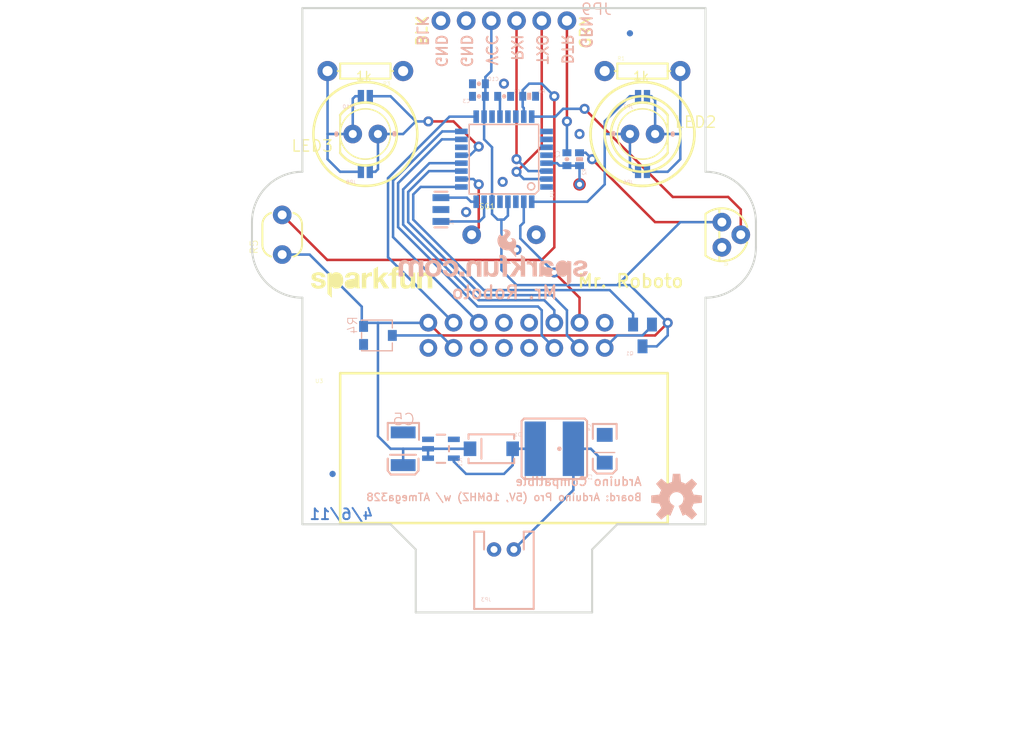
<source format=kicad_pcb>
(kicad_pcb (version 20211014) (generator pcbnew)
  (layers (0 "F.Cu" signal) (31 "B.Cu" signal) (34 "B.Paste" user) (35 "F.Paste" user) (36 "B.SilkS" user "B.Silkscreen") (37 "F.SilkS" user "F.Silkscreen") (38 "B.Mask" user) (39 "F.Mask" user) (44 "Edge.Cuts" user))
  (net 0 "")
  (net 1 "GND")
  (net 2 "AREF")
  (net 3 "RESET")
  (net 4 "SCK")
  (net 5 "MISO")
  (net 6 "MOSI")
  (net 7 "RX-I")
  (net 8 "TX-O")
  (net 9 "DTR")
  (net 10 "VCC")
  (net 11 "N$5")
  (net 12 "D6")
  (net 13 "V0")
  (net 14 "N$12")
  (net 15 "N$13")
  (net 16 "D10")
  (net 17 "D9")
  (net 18 "D8")
  (net 19 "D7")
  (net 20 "D3")
  (net 21 "A0")
  (net 22 "A1")
  (net 23 "A2")
  (net 24 "A3")
  (net 25 "A4")
  (net 26 "A5")
  (net 27 "N$1")
  (net 28 "VIN")
  (net 29 "N$3")
  (net 30 "D5")
  (net 31 "D4")
  (net 32 "N$4")
  (net 33 "N$6")
  (net 34 "D2")
  (net 35 "N$7")
  (footprint "boardEagle:PAD.03X.05" (layer "F.Cu") (at 156.1211 92.3036)
    (fp_text reference "TP1" hide)
    (fp_text value "TP" hide)
    (pad "P$1" smd roundrect (at 0 0) (size 1.27 1.27) (layers "F.Cu" "F.Mask") (roundrect_rratio 0.5) (net 3 "RESET"))
  )
  (footprint "boardEagle:CREATIVE_COMMONS" (layer "F.Cu") (at 118.0211 148.1836)
    (fp_text reference "U$1" hide)
    (fp_text value "CREATIVE_COMMONS" hide)
  )
  (footprint "boardEagle:BUZZER-12MM-NS-KIT" (layer "F.Cu") (at 148.5011 97.3836)
    (fp_text reference "SG1" (at -2.54 -2.54) (layer "F.SilkS") (effects (font (size 0.54864 0.54864) (thickness 0.06096)) (justify left bottom)))
    (fp_text value "BUZZER")
    (pad "+" thru_hole circle (at 3.25 0) (size 1.8796 1.8796) (drill 0.9) (layers *.Cu) (net 1 "GND"))
    (pad "-" thru_hole circle (at -3.25 0) (size 1.8796 1.8796) (drill 0.9) (layers *.Cu) (net 12 "D6"))
  )
  (footprint "boardEagle:STAND-OFF" (layer "F.Cu") (at 154.8511 132.9436)
    (fp_text reference "JP5" hide)
    (fp_text value "Long, Plastic" hide)
    (pad "" np_thru_hole circle (at 0 0) (size 3.302 3.302) (drill 3.302) (layers *.Cu *.Mask))
  )
  (footprint "boardEagle:LCD-8X2-KIT" (layer "F.Cu") (at 148.5011 122.5296)
    (fp_text reference "U3" (at -19.05 -10.16) (layer "F.SilkS") (effects (font (size 0.397256 0.397256) (thickness 0.034544)) (justify left bottom)))
    (fp_text value "LCD-8x2")
    (pad "" np_thru_hole circle (at 18 -15) (size 2 2) (drill 2) (layers *.Cu *.Mask))
    (pad "" np_thru_hole circle (at -18 15) (size 2 2) (drill 2) (layers *.Cu *.Mask))
    (pad "" np_thru_hole circle (at -18 -15) (size 2 2) (drill 2) (layers *.Cu *.Mask))
    (pad "" np_thru_hole circle (at 18 15) (size 2 2) (drill 2) (layers *.Cu *.Mask))
    (pad "1" thru_hole circle (at -7.62 -13.73) (size 1.778 1.778) (drill 1) (layers *.Cu) (net 1 "GND"))
    (pad "2" thru_hole circle (at -7.62 -16.27) (size 1.778 1.778) (drill 1) (layers *.Cu) (net 10 "VCC"))
    (pad "3" thru_hole circle (at -5.08 -13.73) (size 1.778 1.778) (drill 1) (layers *.Cu) (net 13 "V0"))
    (pad "4" thru_hole circle (at -5.08 -16.27) (size 1.778 1.778) (drill 1) (layers *.Cu) (net 4 "SCK"))
    (pad "5" thru_hole circle (at -2.54 -13.73) (size 1.778 1.778) (drill 1) (layers *.Cu) (net 1 "GND"))
    (pad "6" thru_hole circle (at -2.54 -16.27) (size 1.778 1.778) (drill 1) (layers *.Cu) (net 5 "MISO"))
    (pad "7" thru_hole circle (at 0 -13.73) (size 1.778 1.778) (drill 1) (layers *.Cu) (net 1 "GND"))
    (pad "8" thru_hole circle (at 0 -16.27) (size 1.778 1.778) (drill 1) (layers *.Cu) (net 1 "GND"))
    (pad "9" thru_hole circle (at 2.54 -13.73) (size 1.778 1.778) (drill 1) (layers *.Cu) (net 1 "GND"))
    (pad "10" thru_hole circle (at 2.54 -16.27) (size 1.778 1.778) (drill 1) (layers *.Cu) (net 1 "GND"))
    (pad "11" thru_hole circle (at 5.08 -13.73) (size 1.778 1.778) (drill 1) (layers *.Cu) (net 6 "MOSI"))
    (pad "12" thru_hole circle (at 5.08 -16.27) (size 1.778 1.778) (drill 1) (layers *.Cu) (net 18 "D8"))
    (pad "13" thru_hole circle (at 7.62 -13.73) (size 1.778 1.778) (drill 1) (layers *.Cu) (net 19 "D7"))
    (pad "14" thru_hole circle (at 7.62 -16.27) (size 1.778 1.778) (drill 1) (layers *.Cu) (net 31 "D4"))
    (pad "15" thru_hole circle (at 10.16 -13.73) (size 1.778 1.778) (drill 1) (layers *.Cu) (net 29 "N$3"))
    (pad "16" thru_hole circle (at 10.16 -16.27) (size 1.778 1.778) (drill 1) (layers *.Cu) (net 1 "GND"))
  )
  (footprint "boardEagle:SFE-NEW-WEB" (layer "F.Cu") (at 129.0701 103.7336)
    (fp_text reference "U$11" hide)
    (fp_text value "LOGO-SFENW2" hide)
  )
  (footprint "boardEagle:TO-92-KIT" (layer "F.Cu") (at 170.4721 97.3836 -90)
    (fp_text reference "U4" (at 3.175 -0.635 -90) (layer "F.SilkS") (effects (font (size 0.36576 0.36576) (thickness 0.04064)) (justify left bottom)))
    (fp_text value "")
    (pad "1" thru_hole circle (at -1.27 0 270) (size 1.8796 1.8796) (drill 0.9) (layers *.Cu) (net 10 "VCC"))
    (pad "2" thru_hole circle (at 0 -1.905 270) (size 1.8796 1.8796) (drill 0.9) (layers *.Cu) (net 22 "A1"))
    (pad "3" thru_hole circle (at 1.27 0 270) (size 1.8796 1.8796) (drill 0.9) (layers *.Cu) (net 1 "GND"))
  )
  (footprint "boardEagle:STAND-OFF" (layer "F.Cu") (at 166.2811 77.0636)
    (fp_text reference "JP2" hide)
    (fp_text value "Long, Plastic" hide)
    (pad "" np_thru_hole circle (at 0 0) (size 3.302 3.302) (drill 3.302) (layers *.Cu *.Mask))
  )
  (footprint "boardEagle:STAND-OFF" (layer "F.Cu") (at 130.7211 77.0636)
    (fp_text reference "JP1" hide)
    (fp_text value "Long, Plastic" hide)
    (pad "" np_thru_hole circle (at 0 0) (size 3.302 3.302) (drill 3.302) (layers *.Cu *.Mask))
  )
  (footprint "boardEagle:PHOTOCELL-KIT" (layer "F.Cu") (at 126.1491 97.3836 90)
    (fp_text reference "R5" (at -2 -2.4 90) (layer "F.SilkS") (effects (font (size 0.747776 0.747776) (thickness 0.065024)) (justify left bottom)))
    (fp_text value "PHOTOCELLPTH")
    (pad "1" thru_hole circle (at -2 0 90) (size 1.8796 1.8796) (drill 0.9) (layers *.Cu) (net 10 "VCC"))
    (pad "2" thru_hole circle (at 2 0 90) (size 1.8796 1.8796) (drill 0.9) (layers *.Cu) (net 21 "A0"))
  )
  (footprint "boardEagle:STAND-OFF" (layer "F.Cu") (at 142.1511 132.9436)
    (fp_text reference "JP4" hide)
    (fp_text value "Long, Plastic" hide)
    (pad "" np_thru_hole circle (at 0 0) (size 3.302 3.302) (drill 3.302) (layers *.Cu *.Mask))
  )
  (footprint "boardEagle:AXIAL-0.3-KIT" (layer "F.Cu") (at 134.5311 80.8736 180)
    (fp_text reference "R3" (at -2.54 -1.27) (layer "F.SilkS") (effects (font (size 0.376489 0.376489) (thickness 0.029911)) (justify right)))
    (fp_text value "1k" (at 1.016 -0.508) (layer "F.SilkS") (effects (font (size 0.88646 0.88646) (thickness 0.12954)) (justify left)))
    (pad "P$1" thru_hole circle (at -3.81 0 180) (size 2.032 2.032) (drill 1.016) (layers *.Cu) (net 1 "GND"))
    (pad "P$2" thru_hole circle (at 3.81 0 180) (size 2.032 2.032) (drill 1.016) (layers *.Cu) (net 11 "N$5"))
  )
  (footprint "boardEagle:LED5MM-KIT" (layer "F.Cu") (at 162.4711 87.2236)
    (fp_text reference "LED2" (at 3.175 -0.5334) (layer "F.SilkS") (effects (font (size 1.143 1.143) (thickness 0.127)) (justify left bottom)))
    (fp_text value "RED")
    (pad "A" thru_hole circle (at -1.27 0) (size 1.8796 1.8796) (drill 0.8128) (layers *.Cu) (net 20 "D3"))
    (pad "K" thru_hole circle (at 1.27 0) (size 1.8796 1.8796) (drill 0.8128) (layers *.Cu) (net 35 "N$7"))
  )
  (footprint "boardEagle:LED5MM-KIT" (layer "F.Cu") (at 134.5311 87.2236 180)
    (fp_text reference "LED3" (at 3.175 -0.5334 180) (layer "F.SilkS") (effects (font (size 1.143 1.143) (thickness 0.127)) (justify right top)))
    (fp_text value "RED")
    (pad "A" thru_hole circle (at -1.27 0 180) (size 1.8796 1.8796) (drill 0.8128) (layers *.Cu) (net 17 "D9"))
    (pad "K" thru_hole circle (at 1.27 0 180) (size 1.8796 1.8796) (drill 0.8128) (layers *.Cu) (net 11 "N$5"))
  )
  (footprint "boardEagle:AXIAL-0.3-KIT" (layer "F.Cu") (at 162.4711 80.8736)
    (fp_text reference "R1" (at -2.54 -1.27) (layer "F.SilkS") (effects (font (size 0.376489 0.376489) (thickness 0.029911)) (justify left)))
    (fp_text value "1k" (at -1.016 0.508) (layer "F.SilkS") (effects (font (size 0.88646 0.88646) (thickness 0.12954)) (justify left)))
    (pad "P$1" thru_hole circle (at -3.81 0) (size 2.032 2.032) (drill 1.016) (layers *.Cu) (net 1 "GND"))
    (pad "P$2" thru_hole circle (at 3.81 0) (size 2.032 2.032) (drill 1.016) (layers *.Cu) (net 35 "N$7"))
  )
  (footprint "boardEagle:RESONATOR-SMD" (layer "B.Cu") (at 142.1511 94.8436 90)
    (fp_text reference "Y1" (at -0.889 1.27 270) (layer "B.SilkS") (effects (font (size 0.373888 0.373888) (thickness 0.032512)) (justify left bottom mirror)))
    (fp_text value "16mhz")
    (pad "1" smd rect (at -1.2 0 90) (size 0.7 1.7) (layers "B.Cu" "B.Paste" "B.Mask") (net 32 "N$4"))
    (pad "2" smd rect (at 0 0 90) (size 0.7 1.7) (layers "B.Cu" "B.Paste" "B.Mask") (net 1 "GND"))
    (pad "3" smd rect (at 1.2 0 90) (size 0.7 1.7) (layers "B.Cu" "B.Paste" "B.Mask") (net 33 "N$6"))
  )
  (footprint "boardEagle:FIDUCIAL-1X2.5" (layer "B.Cu") (at 161.2011 77.0636 180)
    (fp_text reference "JP12" hide)
    (fp_text value "FIDUCIAL1X2.5" hide)
    (pad "1" smd roundrect (at 0 0 180) (size 0.635 0.635) (layers "B.Cu" "B.Mask") (roundrect_rratio 0.5))
  )
  (footprint "boardEagle:FIDUCIAL-1X2.5" (layer "B.Cu") (at 131.2291 121.5136 180)
    (fp_text reference "JP11" hide)
    (fp_text value "FIDUCIAL1X2.5" hide)
    (pad "1" smd roundrect (at 0 0 180) (size 0.635 0.635) (layers "B.Cu" "B.Mask") (roundrect_rratio 0.5))
  )
  (footprint "boardEagle:SOT23-5" (layer "B.Cu") (at 142.1511 118.9736 90)
    (fp_text reference "IC1" (at -0.889 2.159 270) (layer "B.SilkS") (effects (font (size 0.373888 0.373888) (thickness 0.032512)) (justify left bottom mirror)))
    (fp_text value "NCP1402")
    (pad "1" smd rect (at -0.95 -1.3001 90) (size 0.55 1.2) (layers "B.Cu" "B.Paste" "B.Mask") (net 10 "VCC"))
    (pad "2" smd rect (at 0 -1.3001 90) (size 0.55 1.2) (layers "B.Cu" "B.Paste" "B.Mask") (net 10 "VCC"))
    (pad "3" smd rect (at 0.95 -1.3001 90) (size 0.55 1.2) (layers "B.Cu" "B.Paste" "B.Mask"))
    (pad "4" smd rect (at 0.95 1.3001 90) (size 0.55 1.2) (layers "B.Cu" "B.Paste" "B.Mask") (net 1 "GND"))
    (pad "5" smd rect (at -0.95 1.3001 90) (size 0.55 1.2) (layers "B.Cu" "B.Paste" "B.Mask") (net 27 "N$1"))
  )
  (footprint "boardEagle:SOT23" (layer "B.Cu") (at 162.4711 107.5436)
    (fp_text reference "Q1" (at -0.889 2.032 180) (layer "B.SilkS") (effects (font (size 0.373888 0.373888) (thickness 0.032512)) (justify left bottom mirror)))
    (fp_text value "")
    (pad "1" smd rect (at -0.95 -1.1) (size 1 1.4) (layers "B.Cu" "B.Paste" "B.Mask") (net 30 "D5"))
    (pad "2" smd rect (at 0.95 -1.1) (size 1 1.4) (layers "B.Cu" "B.Paste" "B.Mask") (net 29 "N$3"))
    (pad "3" smd rect (at 0 1.1) (size 1 1.4) (layers "B.Cu" "B.Paste" "B.Mask") (net 10 "VCC"))
  )
  (footprint "boardEagle:SJ_2S-NO-NS" (layer "B.Cu") (at 134.5311 91.0336)
    (fp_text reference "JP8" (at -0.908 1.27 180) (layer "B.SilkS") (effects (font (size 0.373888 0.373888) (thickness 0.032512)) (justify left bottom mirror)))
    (fp_text value "")
    (pad "1" smd rect (at -0.45 0) (size 0.635 1.27) (layers "B.Cu" "B.Mask") (net 11 "N$5"))
    (pad "2" smd rect (at 0.45 0) (size 0.635 1.27) (layers "B.Cu" "B.Mask") (net 17 "D9"))
  )
  (footprint "boardEagle:0402-RES" (layer "B.Cu") (at 156.1211 89.7636 90)
    (fp_text reference "R2" (at -0.889 0.6985 270) (layer "B.SilkS") (effects (font (size 0.373888 0.373888) (thickness 0.032512)) (justify left bottom mirror)))
    (fp_text value "10K")
    (pad "1" smd rect (at -0.65 0 90) (size 0.7 0.9) (layers "B.Cu" "B.Paste" "B.Mask") (net 3 "RESET"))
    (pad "2" smd rect (at 0.65 0 90) (size 0.7 0.9) (layers "B.Cu" "B.Paste" "B.Mask") (net 10 "VCC"))
  )
  (footprint "boardEagle:SJ_2S-NO-NS" (layer "B.Cu") (at 162.4711 91.0336)
    (fp_text reference "JP6" (at -0.908 1.27 180) (layer "B.SilkS") (effects (font (size 0.373888 0.373888) (thickness 0.032512)) (justify left bottom mirror)))
    (fp_text value "")
    (pad "1" smd rect (at -0.45 0) (size 0.635 1.27) (layers "B.Cu" "B.Mask") (net 20 "D3"))
    (pad "2" smd rect (at 0.45 0) (size 0.635 1.27) (layers "B.Cu" "B.Mask") (net 35 "N$7"))
  )
  (footprint "boardEagle:TRIMPOT_TC33" (layer "B.Cu") (at 135.8011 107.5436 90)
    (fp_text reference "R4" (at 2 -2 270) (layer "B.SilkS") (effects (font (size 0.93472 0.93472) (thickness 0.08128)) (justify left bottom mirror)))
    (fp_text value "TRIMPOT-2")
    (pad "1" smd rect (at -0.91 -1.45 90) (size 1.1 0.9) (layers "B.Cu" "B.Paste" "B.Mask") (net 1 "GND"))
    (pad "2" smd rect (at 0 1.45 90) (size 1.1 0.9) (layers "B.Cu" "B.Paste" "B.Mask") (net 13 "V0"))
    (pad "3" smd rect (at 0.91 -1.45 90) (size 1.1 0.9) (layers "B.Cu" "B.Paste" "B.Mask") (net 10 "VCC"))
  )
  (footprint "boardEagle:1X06-KIT" (layer "B.Cu") (at 154.8511 75.7936 180)
    (fp_text reference "JP9" (at -1.3462 1.8288) (layer "B.SilkS") (effects (font (size 1.143 1.143) (thickness 0.127)) (justify right top mirror)))
    (fp_text value "Program")
    (pad "1" thru_hole circle (at 0 0 90) (size 1.8796 1.8796) (drill 1.016) (layers *.Cu) (net 9 "DTR"))
    (pad "2" thru_hole circle (at 2.54 0 90) (size 1.8796 1.8796) (drill 1.016) (layers *.Cu) (net 8 "TX-O"))
    (pad "3" thru_hole circle (at 5.08 0 90) (size 1.8796 1.8796) (drill 1.016) (layers *.Cu) (net 7 "RX-I"))
    (pad "4" thru_hole circle (at 7.62 0 90) (size 1.8796 1.8796) (drill 1.016) (layers *.Cu) (net 10 "VCC"))
    (pad "5" thru_hole circle (at 10.16 0 90) (size 1.8796 1.8796) (drill 1.016) (layers *.Cu) (net 1 "GND"))
    (pad "6" thru_hole circle (at 12.7 0 90) (size 1.8796 1.8796) (drill 1.016) (layers *.Cu) (net 1 "GND"))
  )
  (footprint "boardEagle:0402-CAP" (layer "B.Cu") (at 145.9811 82.1556 180)
    (fp_text reference "C10" (at -0.889 0.6985) (layer "B.SilkS") (effects (font (size 0.373888 0.373888) (thickness 0.032512)) (justify right top mirror)))
    (fp_text value "0.1uF")
    (pad "1" smd rect (at -0.65 0 180) (size 0.7 0.9) (layers "B.Cu" "B.Paste" "B.Mask") (net 10 "VCC"))
    (pad "2" smd rect (at 0.65 0 180) (size 0.7 0.9) (layers "B.Cu" "B.Paste" "B.Mask") (net 1 "GND"))
  )
  (footprint "boardEagle:SFE-NEW-WEBLOGO" (layer "B.Cu") (at 156.9339 102.5398 180)
    (fp_text reference "U$3" hide)
    (fp_text value "LOGO-SFENEW" hide)
  )
  (footprint "boardEagle:0402-RES" (layer "B.Cu") (at 151.0411 83.4136 180)
    (fp_text reference "R6" (at -0.889 0.6985) (layer "B.SilkS") (effects (font (size 0.373888 0.373888) (thickness 0.032512)) (justify right top mirror)))
    (fp_text value "10k")
    (pad "1" smd rect (at -0.65 0 180) (size 0.7 0.9) (layers "B.Cu" "B.Paste" "B.Mask") (net 1 "GND"))
    (pad "2" smd rect (at 0.65 0 180) (size 0.7 0.9) (layers "B.Cu" "B.Paste" "B.Mask") (net 21 "A0"))
  )
  (footprint "boardEagle:OSHW-LOGO-M" (layer "B.Cu") (at 165.9001 124.0536 180)
    (fp_text reference "U$2" hide)
    (fp_text value "OSHW-LOGOM" hide)
  )
  (footprint "boardEagle:CR54" (layer "B.Cu") (at 153.5811 118.9736 90)
    (fp_text reference "L1" (at -2.54 3.81 270) (layer "B.SilkS") (effects (font (size 0.373888 0.373888) (thickness 0.032512)) (justify left bottom mirror)))
    (fp_text value "47uH")
    (pad "P$1" smd rect (at 0 1.92 90) (size 5.5 2.15) (layers "B.Cu" "B.Paste" "B.Mask") (net 28 "VIN"))
    (pad "P$2" smd rect (at 0 -1.92 90) (size 5.5 2.15) (layers "B.Cu" "B.Paste" "B.Mask") (net 27 "N$1"))
  )
  (footprint "boardEagle:0402-CAP" (layer "B.Cu") (at 148.5211 83.4256 180)
    (fp_text reference "C1" (at -0.889 0.6985) (layer "B.SilkS") (effects (font (size 0.373888 0.373888) (thickness 0.032512)) (justify right top mirror)))
    (fp_text value "0.1uF")
    (pad "1" smd rect (at -0.65 0 180) (size 0.7 0.9) (layers "B.Cu" "B.Paste" "B.Mask") (net 1 "GND"))
    (pad "2" smd rect (at 0.65 0 180) (size 0.7 0.9) (layers "B.Cu" "B.Paste" "B.Mask") (net 2 "AREF"))
  )
  (footprint "boardEagle:0402-CAP" (layer "B.Cu") (at 145.9811 83.4256)
    (fp_text reference "C3" (at -0.889 0.6985 180) (layer "B.SilkS") (effects (font (size 0.373888 0.373888) (thickness 0.032512)) (justify left bottom mirror)))
    (fp_text value "0.1uF")
    (pad "1" smd rect (at -0.65 0) (size 0.7 0.9) (layers "B.Cu" "B.Paste" "B.Mask") (net 1 "GND"))
    (pad "2" smd rect (at 0.65 0) (size 0.7 0.9) (layers "B.Cu" "B.Paste" "B.Mask") (net 10 "VCC"))
  )
  (footprint "boardEagle:0402-CAP" (layer "B.Cu") (at 154.8511 89.7636 -90)
    (fp_text reference "C2" (at -0.889 0.6985 90) (layer "B.SilkS") (effects (font (size 0.373888 0.373888) (thickness 0.032512)) (justify left bottom mirror)))
    (fp_text value "0.1uF")
    (pad "1" smd rect (at -0.65 0 270) (size 0.7 0.9) (layers "B.Cu" "B.Paste" "B.Mask") (net 9 "DTR"))
    (pad "2" smd rect (at 0.65 0 270) (size 0.7 0.9) (layers "B.Cu" "B.Paste" "B.Mask") (net 3 "RESET"))
  )
  (footprint "boardEagle:EIA3528" (layer "B.Cu") (at 138.3411 118.9736 -90)
    (fp_text reference "C5" (at -2.27 -1.27) (layer "B.SilkS") (effects (font (size 1.1684 1.1684) (thickness 0.1016)) (justify left bottom mirror)))
    (fp_text value "68uF")
    (pad "A" smd rect (at 1.65 0 180) (size 2.5 1.2) (layers "B.Cu" "B.Paste" "B.Mask") (net 10 "VCC"))
    (pad "C" smd rect (at -1.65 0 180) (size 2.5 1.2) (layers "B.Cu" "B.Paste" "B.Mask") (net 1 "GND"))
  )
  (footprint "boardEagle:TQFP32-08" (layer "B.Cu") (at 148.5011 89.7636 90)
    (fp_text reference "U1" (at -3.175 5.08 270) (layer "B.SilkS") (effects (font (size 0.373888 0.373888) (thickness 0.032512)) (justify left bottom mirror)))
    (fp_text value "ATmega328")
    (pad "1" smd rect (at -4.2926 2.8 90) (size 1.27 0.5588) (layers "B.Cu" "B.Paste" "B.Mask") (net 20 "D3"))
    (pad "2" smd rect (at -4.2926 2 90) (size 1.27 0.5588) (layers "B.Cu" "B.Paste" "B.Mask") (net 31 "D4"))
    (pad "3" smd rect (at -4.2926 1.2 90) (size 1.27 0.5588) (layers "B.Cu" "B.Paste" "B.Mask") (net 1 "GND"))
    (pad "4" smd rect (at -4.2926 0.4 90) (size 1.27 0.5588) (layers "B.Cu" "B.Paste" "B.Mask") (net 10 "VCC"))
    (pad "5" smd rect (at -4.2926 -0.4 90) (size 1.27 0.5588) (layers "B.Cu" "B.Paste" "B.Mask") (net 1 "GND"))
    (pad "6" smd rect (at -4.2926 -1.2 90) (size 1.27 0.5588) (layers "B.Cu" "B.Paste" "B.Mask") (net 10 "VCC"))
    (pad "7" smd rect (at -4.2926 -2 90) (size 1.27 0.5588) (layers "B.Cu" "B.Paste" "B.Mask") (net 32 "N$4"))
    (pad "8" smd rect (at -4.2926 -2.8 90) (size 1.27 0.5588) (layers "B.Cu" "B.Paste" "B.Mask") (net 33 "N$6"))
    (pad "9" smd rect (at -2.8 -4.2926 90) (size 0.5588 1.27) (layers "B.Cu" "B.Paste" "B.Mask") (net 30 "D5"))
    (pad "10" smd rect (at -2 -4.2926 90) (size 0.5588 1.27) (layers "B.Cu" "B.Paste" "B.Mask") (net 12 "D6"))
    (pad "11" smd rect (at -1.2 -4.2926 90) (size 0.5588 1.27) (layers "B.Cu" "B.Paste" "B.Mask") (net 19 "D7"))
    (pad "12" smd rect (at -0.4 -4.2926 90) (size 0.5588 1.27) (layers "B.Cu" "B.Paste" "B.Mask") (net 18 "D8"))
    (pad "13" smd rect (at 0.4 -4.2926 90) (size 0.5588 1.27) (layers "B.Cu" "B.Paste" "B.Mask") (net 17 "D9"))
    (pad "14" smd rect (at 1.2 -4.2926 90) (size 0.5588 1.27) (layers "B.Cu" "B.Paste" "B.Mask") (net 16 "D10"))
    (pad "15" smd rect (at 2 -4.2926 90) (size 0.5588 1.27) (layers "B.Cu" "B.Paste" "B.Mask") (net 6 "MOSI"))
    (pad "16" smd rect (at 2.8 -4.2926 90) (size 0.5588 1.27) (layers "B.Cu" "B.Paste" "B.Mask") (net 5 "MISO"))
    (pad "17" smd rect (at 4.2926 -2.8 90) (size 1.27 0.5588) (layers "B.Cu" "B.Paste" "B.Mask") (net 4 "SCK"))
    (pad "18" smd rect (at 4.2926 -2 90) (size 1.27 0.5588) (layers "B.Cu" "B.Paste" "B.Mask") (net 10 "VCC"))
    (pad "19" smd rect (at 4.2926 -1.2 90) (size 1.27 0.5588) (layers "B.Cu" "B.Paste" "B.Mask") (net 14 "N$12"))
    (pad "20" smd rect (at 4.2926 -0.4 90) (size 1.27 0.5588) (layers "B.Cu" "B.Paste" "B.Mask") (net 2 "AREF"))
    (pad "21" smd rect (at 4.2926 0.4 90) (size 1.27 0.5588) (layers "B.Cu" "B.Paste" "B.Mask") (net 1 "GND"))
    (pad "22" smd rect (at 4.2926 1.2 90) (size 1.27 0.5588) (layers "B.Cu" "B.Paste" "B.Mask") (net 15 "N$13"))
    (pad "23" smd rect (at 4.2926 2 90) (size 1.27 0.5588) (layers "B.Cu" "B.Paste" "B.Mask") (net 21 "A0"))
    (pad "24" smd rect (at 4.2926 2.8 90) (size 1.27 0.5588) (layers "B.Cu" "B.Paste" "B.Mask") (net 22 "A1"))
    (pad "25" smd rect (at 2.8 4.2926 90) (size 0.5588 1.27) (layers "B.Cu" "B.Paste" "B.Mask") (net 23 "A2"))
    (pad "26" smd rect (at 2 4.2926 90) (size 0.5588 1.27) (layers "B.Cu" "B.Paste" "B.Mask") (net 24 "A3"))
    (pad "27" smd rect (at 1.2 4.2926 90) (size 0.5588 1.27) (layers "B.Cu" "B.Paste" "B.Mask") (net 25 "A4"))
    (pad "28" smd rect (at 0.4 4.2926 90) (size 0.5588 1.27) (layers "B.Cu" "B.Paste" "B.Mask") (net 26 "A5"))
    (pad "29" smd rect (at -0.4 4.2926 90) (size 0.5588 1.27) (layers "B.Cu" "B.Paste" "B.Mask") (net 3 "RESET"))
    (pad "30" smd rect (at -1.2 4.2926 90) (size 0.5588 1.27) (layers "B.Cu" "B.Paste" "B.Mask") (net 7 "RX-I"))
    (pad "31" smd rect (at -2 4.2926 90) (size 0.5588 1.27) (layers "B.Cu" "B.Paste" "B.Mask") (net 8 "TX-O"))
    (pad "32" smd rect (at -2.8 4.2926 90) (size 0.5588 1.27) (layers "B.Cu" "B.Paste" "B.Mask") (net 34 "D2"))
  )
  (footprint "boardEagle:EIA3216" (layer "B.Cu") (at 158.6611 118.9736 -90)
    (fp_text reference "C4" (at -2.54 1.381 90) (layer "B.SilkS") (effects (font (size 0.373888 0.373888) (thickness 0.032512)) (justify left bottom mirror)))
    (fp_text value "10uF")
    (pad "A" smd rect (at 1.4 0 180) (size 1.6 1.4) (layers "B.Cu" "B.Paste" "B.Mask") (net 28 "VIN"))
    (pad "C" smd rect (at -1.4 0 180) (size 1.6 1.4) (layers "B.Cu" "B.Paste" "B.Mask") (net 1 "GND"))
  )
  (footprint "boardEagle:SJ_2S-NO-NS" (layer "B.Cu") (at 162.4711 83.4136)
    (fp_text reference "JP7" (at -0.908 1.27 180) (layer "B.SilkS") (effects (font (size 0.373888 0.373888) (thickness 0.032512)) (justify left bottom mirror)))
    (fp_text value "")
    (pad "1" smd rect (at -0.45 0) (size 0.635 1.27) (layers "B.Cu" "B.Mask") (net 20 "D3"))
    (pad "2" smd rect (at 0.45 0) (size 0.635 1.27) (layers "B.Cu" "B.Mask") (net 35 "N$7"))
  )
  (footprint "boardEagle:JST-2-PTH-KIT" (layer "B.Cu") (at 148.5011 129.1336)
    (fp_text reference "JP3" (at -1.27 5.27 180) (layer "B.SilkS") (effects (font (size 0.373888 0.373888) (thickness 0.032512)) (justify left bottom mirror)))
    (fp_text value "JST-PTH")
    (pad "1" thru_hole circle (at -1 0) (size 1.4478 1.4478) (drill 0.7) (layers *.Cu) (net 1 "GND"))
    (pad "2" thru_hole circle (at 1 0) (size 1.4478 1.4478) (drill 0.7) (layers *.Cu) (net 28 "VIN"))
  )
  (footprint "boardEagle:SMA-DIODE" (layer "B.Cu") (at 147.2311 118.9736 180)
    (fp_text reference "D1" (at -2.286 1.651) (layer "B.SilkS") (effects (font (size 0.373888 0.373888) (thickness 0.032512)) (justify right top mirror)))
    (fp_text value "MBRA140")
    (pad "A" smd rect (at -2.15 0) (size 1.27 1.47) (layers "B.Cu" "B.Paste" "B.Mask") (net 27 "N$1"))
    (pad "C" smd rect (at 2.15 0 180) (size 1.27 1.47) (layers "B.Cu" "B.Paste" "B.Mask") (net 10 "VCC"))
  )
  (footprint "boardEagle:SJ_2S-NO-NS" (layer "B.Cu") (at 134.5311 83.4136)
    (fp_text reference "JP10" (at -0.908 1.27 180) (layer "B.SilkS") (effects (font (size 0.373888 0.373888) (thickness 0.032512)) (justify left bottom mirror)))
    (fp_text value "")
    (pad "1" smd rect (at -0.45 0) (size 0.635 1.27) (layers "B.Cu" "B.Mask") (net 11 "N$5"))
    (pad "2" smd rect (at 0.45 0) (size 0.635 1.27) (layers "B.Cu" "B.Mask") (net 17 "D9"))
  )
  (gr_line (start 159.5501 87.122) (end 159.5501 87.2744) (layer "B.SilkS") (width 0.4064))
  (gr_line (start 165.5191 87.1474) (end 165.5191 87.2998) (layer "B.SilkS") (width 0.4064))
  (gr_line (start 131.6101 87.1474) (end 131.6101 87.2998) (layer "B.SilkS") (width 0.4064))
  (gr_line (start 137.4521 87.122) (end 137.4521 87.2744) (layer "B.SilkS") (width 0.4064))
  (gr_circle (center 134.5311 87.2236) (end 139.7674 87.2236) (layer "F.SilkS") (width 0.254) (fill none))
  (gr_circle (center 162.4711 87.2236) (end 167.7074 87.2236) (layer "F.SilkS") (width 0.254) (fill none))
  (gr_line (start 131.9911 111.3536) (end 165.0111 111.3536) (layer "F.SilkS") (width 0.254))
  (gr_line (start 131.9911 126.4666) (end 131.9911 111.3536) (layer "F.SilkS") (width 0.254))
  (gr_line (start 165.0111 111.3536) (end 165.0111 126.4666) (layer "F.SilkS") (width 0.254))
  (gr_circle (center 162.4711 87.2236) (end 166.2811 87.2236) (layer "F.SilkS") (width 0.254) (fill none))
  (gr_circle (center 162.4711 87.2236) (end 167.7074 87.2236) (layer "F.SilkS") (width 0.254) (fill none))
  (gr_line (start 131.9911 126.4666) (end 165.0111 126.4666) (layer "F.SilkS") (width 0.254))
  (gr_line (start 157.3911 129.1336) (end 159.9311 126.5936) (layer "Edge.Cuts") (width 0.2032))
  (gr_line (start 137.0711 126.5936) (end 139.6111 129.1336) (layer "Edge.Cuts") (width 0.2032))
  (gr_line (start 123.1011 96.1136) (end 123.1011 98.6536) (layer "Edge.Cuts") (width 0.2032))
  (gr_line (start 168.8211 74.5236) (end 128.1811 74.5236) (layer "Edge.Cuts") (width 0.2032))
  (gr_line (start 128.1811 126.5936) (end 137.0711 126.5936) (layer "Edge.Cuts") (width 0.2032))
  (gr_arc (start 128.1811 103.7336) (mid 124.588998 102.245702) (end 123.1011 98.6536) (layer "Edge.Cuts") (width 0.2032))
  (gr_arc (start 173.9011 98.6536) (mid 172.413202 102.245702) (end 168.8211 103.7336) (layer "Edge.Cuts") (width 0.2032))
  (gr_line (start 128.1811 103.7336) (end 128.1811 126.5936) (layer "Edge.Cuts") (width 0.2032))
  (gr_line (start 139.6111 135.4836) (end 157.3911 135.4836) (layer "Edge.Cuts") (width 0.2032))
  (gr_arc (start 123.1011 96.1136) (mid 124.588998 92.521498) (end 128.1811 91.0336) (layer "Edge.Cuts") (width 0.2032))
  (gr_line (start 159.9311 126.5936) (end 168.8211 126.5936) (layer "Edge.Cuts") (width 0.2032))
  (gr_line (start 139.6111 129.1336) (end 139.6111 135.4836) (layer "Edge.Cuts") (width 0.2032))
  (gr_line (start 157.3911 135.4836) (end 157.3911 129.1336) (layer "Edge.Cuts") (width 0.2032))
  (gr_line (start 168.8211 126.5936) (end 168.8211 103.7336) (layer "Edge.Cuts") (width 0.2032))
  (gr_arc (start 168.8211 91.0336) (mid 172.413202 92.521498) (end 173.9011 96.1136) (layer "Edge.Cuts") (width 0.2032))
  (gr_line (start 168.8211 91.0336) (end 168.8211 74.5236) (layer "Edge.Cuts") (width 0.2032))
  (gr_line (start 173.9011 98.6536) (end 173.9011 96.1136) (layer "Edge.Cuts") (width 0.2032))
  (gr_line (start 128.1811 74.5236) (end 128.1811 91.0336) (layer "Edge.Cuts") (width 0.2032))
  (gr_text "4/6/11" (at 135.4201 126.2126) (layer "B.Cu") (effects (font (size 1.0795 1.0795) (thickness 0.1905)) (justify left bottom mirror)))
  (gr_text "Arduino Compatible" (at 162.4711 122.7836) (layer "B.SilkS") (effects (font (size 0.8636 0.8636) (thickness 0.1524)) (justify left bottom mirror)))
  (gr_text "GND" (at 142.8061 77.0756 -90) (layer "B.SilkS") (effects (font (size 1.0795 1.0795) (thickness 0.1905)) (justify right top mirror)))
  (gr_text "TXO" (at 152.9661 77.0756 -90) (layer "B.SilkS") (effects (font (size 1.0795 1.0795) (thickness 0.1905)) (justify right top mirror)))
  (gr_text "BLK" (at 140.9011 75.1706 -90) (layer "B.SilkS") (effects (font (size 1.0795 1.0795) (thickness 0.1905)) (justify right top mirror)))
  (gr_text "Mr. Roboto" (at 154.0165 103.9624) (layer "B.SilkS") (effects (font (size 1.2954 1.2954) (thickness 0.2286)) (justify left bottom mirror)))
  (gr_text "GRN" (at 157.4111 75.1706 -90) (layer "B.SilkS") (effects (font (size 1.0795 1.0795) (thickness 0.1905)) (justify right top mirror)))
  (gr_text "RXI" (at 150.4261 77.0756 -90) (layer "B.SilkS") (effects (font (size 1.0795 1.0795) (thickness 0.1905)) (justify right top mirror)))
  (gr_text "GND" (at 145.3461 77.0756 -90) (layer "B.SilkS") (effects (font (size 1.0795 1.0795) (thickness 0.1905)) (justify right top mirror)))
  (gr_text "Board: Arduino Pro (5V, 16MHZ) w/ ATmega328" (at 162.4711 124.3076) (layer "B.SilkS") (effects (font (size 0.75565 0.75565) (thickness 0.13335)) (justify left bottom mirror)))
  (gr_text "VCC" (at 147.8861 77.0756 -90) (layer "B.SilkS") (effects (font (size 1.0795 1.0795) (thickness 0.1905)) (justify right top mirror)))
  (gr_text "DTR" (at 155.5061 77.0756 -90) (layer "B.SilkS") (effects (font (size 1.0795 1.0795) (thickness 0.1905)) (justify right top mirror)))
  (gr_text "GRN" (at 156.1011 75.1706 90) (layer "F.SilkS") (effects (font (size 1.0795 1.0795) (thickness 0.1905)) (justify right top)))
  (gr_text "BLK" (at 139.5911 75.1706 90) (layer "F.SilkS") (effects (font (size 1.0795 1.0795) (thickness 0.1905)) (justify right top)))
  (gr_text "Mr. Roboto" (at 155.8127 102.8194) (layer "F.SilkS") (effects (font (size 1.2954 1.2954) (thickness 0.2286)) (justify left bottom)))
  (via (at 148.5011 82.1436) (size 1.016) (drill 0.508) (layers "F.Cu" "B.Cu") (net 1))
  (via (at 144.6911 95.0976) (size 1.016) (drill 0.508) (layers "F.Cu" "B.Cu") (net 1))
  (via (at 156.1211 87.2236) (size 1.016) (drill 0.508) (layers "F.Cu" "B.Cu") (net 1))
  (via (at 149.7711 98.9076) (size 1.016) (drill 0.508) (layers "F.Cu" "B.Cu") (net 1))
  (via (at 148.3741 92.0496) (size 1.016) (drill 0.508) (layers "F.Cu" "B.Cu") (net 1))
  (segment (start 148.1011 85.471) (end 148.1011 83.6556) (width 0.254) (layer "B.Cu") (net 2))
  (segment (start 148.1011 83.6556) (end 147.8711 83.4256) (width 0.254) (layer "B.Cu") (net 2))
  (via (at 156.1211 92.3036) (size 1.016) (drill 0.508) (layers "F.Cu" "B.Cu") (net 3))
  (segment (start 153.8541 90.1636) (end 154.1041 90.4136) (width 0.254) (layer "B.Cu") (net 3))
  (segment (start 154.8511 90.4136) (end 156.1211 90.4136) (width 0.254) (layer "B.Cu") (net 3))
  (segment (start 156.1211 90.4136) (end 156.1211 92.3036) (width 0.254) (layer "B.Cu") (net 3))
  (segment (start 152.7937 90.1636) (end 153.8541 90.1636) (width 0.254) (layer "B.Cu") (net 3))
  (segment (start 154.1041 90.4136) (end 154.8511 90.4136) (width 0.254) (layer "B.Cu") (net 3))
  (segment (start 136.8171 99.6556) (end 136.8171 91.6686) (width 0.254) (layer "B.Cu") (net 4))
  (segment (start 136.8171 91.6686) (end 143.0147 85.471) (width 0.254) (layer "B.Cu") (net 4))
  (segment (start 143.0147 85.471) (end 145.7011 85.471) (width 0.254) (layer "B.Cu") (net 4))
  (segment (start 143.4211 106.2596) (end 136.8171 99.6556) (width 0.254) (layer "B.Cu") (net 4))
  (segment (start 142.2841 86.9636) (end 144.2085 86.9636) (width 0.254) (layer "B.Cu") (net 5))
  (segment (start 137.3251 91.9226) (end 142.2841 86.9636) (width 0.254) (layer "B.Cu") (net 5))
  (segment (start 137.3251 97.6236) (end 145.9611 106.2596) (width 0.254) (layer "B.Cu") (net 5))
  (segment (start 137.3251 97.6236) (end 137.3251 91.9226) (width 0.254) (layer "B.Cu") (net 5))
  (segment (start 152.3111 105.0036) (end 152.3111 107.5296) (width 0.254) (layer "B.Cu") (net 6))
  (segment (start 137.8331 96.6216) (end 137.8331 92.1766) (width 0.254) (layer "B.Cu") (net 6))
  (segment (start 145.8341 104.6226) (end 151.9301 104.6226) (width 0.254) (layer "B.Cu") (net 6))
  (segment (start 137.8331 92.1766) (end 142.2461 87.7636) (width 0.254) (layer "B.Cu") (net 6))
  (segment (start 152.3111 107.5296) (end 153.5811 108.7996) (width 0.254) (layer "B.Cu") (net 6))
  (segment (start 151.9301 104.6226) (end 152.3111 105.0036) (width 0.254) (layer "B.Cu") (net 6))
  (segment (start 145.8341 104.6226) (end 137.8331 96.6216) (width 0.254) (layer "B.Cu") (net 6))
  (segment (start 142.2461 87.7636) (end 144.2085 87.7636) (width 0.254) (layer "B.Cu") (net 6))
  (segment (start 149.7711 89.7636) (end 149.7711 75.7936) (width 0.254) (layer "F.Cu") (net 7))
  (via (at 149.7711 89.7636) (size 1.016) (drill 0.508) (layers "F.Cu" "B.Cu") (net 7))
  (segment (start 150.9711 90.9636) (end 152.7937 90.9636) (width 0.254) (layer "B.Cu") (net 7))
  (segment (start 150.9711 90.9636) (end 149.7711 89.7636) (width 0.254) (layer "B.Cu") (net 7))
  (segment (start 152.3111 88.4936) (end 152.3111 75.7936) (width 0.254) (layer "F.Cu") (net 8))
  (segment (start 149.7711 91.0336) (end 152.3111 88.4936) (width 0.254) (layer "F.Cu") (net 8))
  (via (at 149.7711 91.0336) (size 1.016) (drill 0.508) (layers "F.Cu" "B.Cu") (net 8))
  (segment (start 150.5011 91.7636) (end 152.7937 91.7636) (width 0.254) (layer "B.Cu") (net 8))
  (segment (start 149.7711 91.0336) (end 150.5011 91.7636) (width 0.254) (layer "B.Cu") (net 8))
  (segment (start 154.8511 85.9536) (end 154.8511 75.7936) (width 0.254) (layer "F.Cu") (net 9))
  (via (at 154.8511 85.9536) (size 1.016) (drill 0.508) (layers "F.Cu" "B.Cu") (net 9))
  (segment (start 154.8511 89.1136) (end 154.8511 85.9536) (width 0.254) (layer "B.Cu") (net 9))
  (segment (start 163.7411 96.1136) (end 157.3911 89.7636) (width 0.254) (layer "F.Cu") (net 10))
  (segment (start 170.4721 96.1136) (end 163.7411 96.1136) (width 0.254) (layer "F.Cu") (net 10))
  (segment (start 163.7411 107.5436) (end 165.0111 106.2736) (width 0.254) (layer "F.Cu") (net 10))
  (segment (start 142.1651 107.5436) (end 163.7411 107.5436) (width 0.254) (layer "F.Cu") (net 10))
  (segment (start 140.8811 106.2596) (end 142.1651 107.5436) (width 0.254) (layer "F.Cu") (net 10))
  (via (at 157.3911 89.7636) (size 1.016) (drill 0.508) (layers "F.Cu" "B.Cu") (net 10))
  (via (at 165.0111 106.2736) (size 1.016) (drill 0.508) (layers "F.Cu" "B.Cu") (net 10))
  (segment (start 138.3411 118.9736) (end 140.851 118.9736) (width 0.254) (layer "B.Cu") (net 10))
  (segment (start 146.6311 82.1556) (end 146.6311 81.4736) (width 0.254) (layer "B.Cu") (net 10))
  (segment (start 166.2811 96.1136) (end 170.4721 96.1136) (width 0.254) (layer "B.Cu") (net 10))
  (segment (start 161.2011 102.4636) (end 159.9311 102.4636) (width 0.254) (layer "B.Cu") (net 10))
  (segment (start 140.851 118.9736) (end 145.0811 118.9736) (width 0.254) (layer "B.Cu") (net 10))
  (segment (start 135.8011 106.2736) (end 140.8671 106.2736) (width 0.254) (layer "B.Cu") (net 10))
  (segment (start 148.9011 95.4596) (end 148.9011 94.0562) (width 0.254) (layer "B.Cu") (net 10))
  (segment (start 146.6311 81.4736) (end 147.2311 80.8736) (width 0.254) (layer "B.Cu") (net 10))
  (segment (start 148.2471 95.8596) (end 148.5011 95.8596) (width 0.254) (layer "B.Cu") (net 10))
  (segment (start 134.3511 106.6336) (end 134.1711 106.6336) (width 0.254) (layer "B.Cu") (net 10))
  (segment (start 146.5011 83.5556) (end 146.6311 83.4256) (width 0.254) (layer "B.Cu") (net 10))
  (segment (start 149.7711 102.4636) (end 148.2471 100.9396) (width 0.254) (layer "B.Cu") (net 10))
  (segment (start 135.8011 117.7036) (end 135.8011 106.2736) (width 0.254) (layer "B.Cu") (net 10))
  (segment (start 134.7111 106.2736) (end 134.3511 106.6336) (width 0.254) (layer "B.Cu") (net 10))
  (segment (start 156.7411 89.1136) (end 156.1211 89.1136) (width 0.254) (layer "B.Cu") (net 10))
  (segment (start 146.5011 87.7636) (end 146.5011 85.471) (width 0.254) (layer "B.Cu") (net 10))
  (segment (start 165.0111 106.2736) (end 165.0111 107.5436) (width 0.254) (layer "B.Cu") (net 10))
  (segment (start 159.9311 102.4636) (end 166.2811 96.1136) (width 0.254) (layer "B.Cu") (net 10))
  (segment (start 135.8011 106.2736) (end 134.7111 106.2736) (width 0.254) (layer "B.Cu") (net 10))
  (segment (start 138.3411 118.9736) (end 137.0711 118.9736) (width 0.254) (layer "B.Cu") (net 10))
  (segment (start 163.9111 108.6436) (end 162.4711 108.6436) (width 0.254) (layer "B.Cu") (net 10))
  (segment (start 146.5011 85.471) (end 146.5011 83.5556) (width 0.254) (layer "B.Cu") (net 10))
  (segment (start 134.1711 104.6436) (end 128.9111 99.3836) (width 0.254) (layer "B.Cu") (net 10))
  (segment (start 159.9311 102.4636) (end 149.7711 102.4636) (width 0.254) (layer "B.Cu") (net 10))
  (segment (start 138.3411 120.6236) (end 138.3411 118.9736) (width 0.254) (layer "B.Cu") (net 10))
  (segment (start 147.3011 94.0562) (end 147.3011 88.5636) (width 0.254) (layer "B.Cu") (net 10))
  (segment (start 146.6311 83.4256) (end 146.6311 82.1556) (width 0.254) (layer "B.Cu") (net 10))
  (segment (start 165.0111 106.2736) (end 161.2011 102.4636) (width 0.254) (layer "B.Cu") (net 10))
  (segment (start 157.3911 89.7636) (end 156.7411 89.1136) (width 0.254) (layer "B.Cu") (net 10))
  (segment (start 134.1711 106.6336) (end 134.1711 104.6436) (width 0.254) (layer "B.Cu") (net 10))
  (segment (start 148.2471 100.9396) (end 148.2471 95.8596) (width 0.254) (layer "B.Cu") (net 10))
  (segment (start 137.0711 118.9736) (end 135.8011 117.7036) (width 0.254) (layer "B.Cu") (net 10))
  (segment (start 147.3011 95.2946) (end 147.3011 94.0562) (width 0.254) (layer "B.Cu") (net 10))
  (segment (start 147.8661 95.8596) (end 147.3011 95.2946) (width 0.254) (layer "B.Cu") (net 10))
  (segment (start 140.851 118.9736) (end 140.851 119.9236) (width 0.254) (layer "B.Cu") (net 10))
  (segment (start 165.0111 107.5436) (end 163.9111 108.6436) (width 0.254) (layer "B.Cu") (net 10))
  (segment (start 147.3011 88.5636) (end 146.5011 87.7636) (width 0.254) (layer "B.Cu") (net 10))
  (segment (start 148.5011 95.8596) (end 148.9011 95.4596) (width 0.254) (layer "B.Cu") (net 10))
  (segment (start 147.2311 80.8736) (end 147.2311 75.7936) (width 0.254) (layer "B.Cu") (net 10))
  (segment (start 128.9111 99.3836) (end 126.1491 99.3836) (width 0.254) (layer "B.Cu") (net 10))
  (segment (start 148.2471 95.8596) (end 147.8661 95.8596) (width 0.254) (layer "B.Cu") (net 10))
  (segment (start 140.8671 106.2736) (end 140.8811 106.2596) (width 0.254) (layer "B.Cu") (net 10))
  (segment (start 130.7211 89.7636) (end 130.7211 87.2236) (width 0.254) (layer "B.Cu") (net 11))
  (segment (start 133.2611 83.6676) (end 133.5151 83.4136) (width 0.254) (layer "B.Cu") (net 11))
  (segment (start 131.9911 91.0336) (end 134.0811 91.0336) (width 0.254) (layer "B.Cu") (net 11))
  (segment (start 133.5151 83.4136) (end 134.0811 83.4136) (width 0.254) (layer "B.Cu") (net 11))
  (segment (start 133.2611 87.2236) (end 133.2611 83.6676) (width 0.254) (layer "B.Cu") (net 11))
  (segment (start 130.7211 87.2236) (end 133.2611 87.2236) (width 0.254) (layer "B.Cu") (net 11))
  (segment (start 130.7211 87.2236) (end 130.7211 80.8736) (width 0.254) (layer "B.Cu") (net 11))
  (segment (start 131.9911 91.0336) (end 130.7211 89.7636) (width 0.254) (layer "B.Cu") (net 11))
  (segment (start 145.9611 96.6736) (end 145.9611 92.3036) (width 0.254) (layer "F.Cu") (net 12))
  (segment (start 145.2511 97.3836) (end 145.9611 96.6736) (width 0.254) (layer "F.Cu") (net 12))
  (via (at 145.9611 92.3036) (size 1.016) (drill 0.508) (layers "F.Cu" "B.Cu") (net 12))
  (segment (start 145.4211 91.7636) (end 144.2085 91.7636) (width 0.254) (layer "B.Cu") (net 12))
  (segment (start 145.9611 92.3036) (end 145.4211 91.7636) (width 0.254) (layer "B.Cu") (net 12))
  (segment (start 142.1651 107.5436) (end 143.4211 108.7996) (width 0.254) (layer "B.Cu") (net 13))
  (segment (start 137.2511 107.5436) (end 142.1651 107.5436) (width 0.254) (layer "B.Cu") (net 13))
  (segment (start 140.8811 85.9536) (end 143.4211 85.9536) (width 0.254) (layer "F.Cu") (net 17))
  (segment (start 143.4211 85.9536) (end 145.9611 88.4936) (width 0.254) (layer "F.Cu") (net 17))
  (via (at 145.9611 88.4936) (size 1.016) (drill 0.508) (layers "F.Cu" "B.Cu") (net 17))
  (via (at 140.8811 85.9536) (size 1.016) (drill 0.508) (layers "F.Cu" "B.Cu") (net 17))
  (segment (start 137.0711 83.4136) (end 134.9811 83.4136) (width 0.254) (layer "B.Cu") (net 17))
  (segment (start 135.8011 87.2236) (end 138.3411 87.2236) (width 0.254) (layer "B.Cu") (net 17))
  (segment (start 135.5471 91.0336) (end 135.8011 90.7796) (width 0.254) (layer "B.Cu") (net 17))
  (segment (start 134.9811 91.0336) (end 135.5471 91.0336) (width 0.254) (layer "B.Cu") (net 17))
  (segment (start 145.9611 88.4936) (end 145.0911 89.3636) (width 0.254) (layer "B.Cu") (net 17))
  (segment (start 139.6111 85.9536) (end 137.0711 83.4136) (width 0.254) (layer "B.Cu") (net 17))
  (segment (start 139.6111 85.9536) (end 140.8811 85.9536) (width 0.254) (layer "B.Cu") (net 17))
  (segment (start 135.8011 90.7796) (end 135.8011 87.2236) (width 0.254) (layer "B.Cu") (net 17))
  (segment (start 138.3411 87.2236) (end 139.6111 85.9536) (width 0.254) (layer "B.Cu") (net 17))
  (segment (start 145.0911 89.3636) (end 144.2085 89.3636) (width 0.254) (layer "B.Cu") (net 17))
  (segment (start 145.9611 103.9876) (end 138.3411 96.3676) (width 0.254) (layer "B.Cu") (net 18))
  (segment (start 138.3411 92.8116) (end 140.9891 90.1636) (width 0.254) (layer "B.Cu") (net 18))
  (segment (start 138.3411 96.3676) (end 138.3411 92.8116) (width 0.254) (layer "B.Cu") (net 18))
  (segment (start 145.9611 103.9876) (end 152.5651 103.9876) (width 0.254) (layer "B.Cu") (net 18))
  (segment (start 152.5651 103.9876) (end 153.5811 105.0036) (width 0.254) (layer "B.Cu") (net 18))
  (segment (start 153.5811 105.0036) (end 153.5811 106.2596) (width 0.254) (layer "B.Cu") (net 18))
  (segment (start 140.9891 90.1636) (end 144.2085 90.1636) (width 0.254) (layer "B.Cu") (net 18))
  (segment (start 146.2151 103.4796) (end 138.8491 96.1136) (width 0.254) (layer "B.Cu") (net 19))
  (segment (start 138.8491 96.1136) (end 138.8491 93.0656) (width 0.254) (layer "B.Cu") (net 19))
  (segment (start 146.2151 103.4796) (end 153.3271 103.4796) (width 0.254) (layer "B.Cu") (net 19))
  (segment (start 153.3271 103.4796) (end 154.8511 105.0036) (width 0.254) (layer "B.Cu") (net 19))
  (segment (start 154.8511 105.0036) (end 154.8511 107.5296) (width 0.254) (layer "B.Cu") (net 19))
  (segment (start 140.9511 90.9636) (end 144.2085 90.9636) (width 0.254) (layer "B.Cu") (net 19))
  (segment (start 154.8511 107.5296) (end 156.1211 108.7996) (width 0.254) (layer "B.Cu") (net 19))
  (segment (start 138.8491 93.0656) (end 140.9511 90.9636) (width 0.254) (layer "B.Cu") (net 19))
  (segment (start 158.6611 85.9536) (end 161.2011 83.4136) (width 0.254) (layer "B.Cu") (net 20))
  (segment (start 151.3011 94.0562) (end 156.9085 94.0562) (width 0.254) (layer "B.Cu") (net 20))
  (segment (start 161.2011 90.6526) (end 161.5821 91.0336) (width 0.254) (layer "B.Cu") (net 20))
  (segment (start 156.9085 94.0562) (end 158.6611 92.3036) (width 0.254) (layer "B.Cu") (net 20))
  (segment (start 161.5821 91.0336) (end 162.0211 91.0336) (width 0.254) (layer "B.Cu") (net 20))
  (segment (start 158.6611 87.2236) (end 161.2011 87.2236) (width 0.254) (layer "B.Cu") (net 20))
  (segment (start 158.6611 87.2236) (end 158.6611 85.9536) (width 0.254) (layer "B.Cu") (net 20))
  (segment (start 158.6611 92.3036) (end 158.6611 87.2236) (width 0.254) (layer "B.Cu") (net 20))
  (segment (start 161.2011 83.4136) (end 162.0211 83.4136) (width 0.254) (layer "B.Cu") (net 20))
  (segment (start 161.2011 87.2236) (end 161.2011 90.6526) (width 0.254) (layer "B.Cu") (net 20))
  (segment (start 126.1491 95.3836) (end 130.6891 99.9236) (width 0.254) (layer "F.Cu") (net 21))
  (segment (start 130.6891 99.9236) (end 152.3111 99.9236) (width 0.254) (layer "F.Cu") (net 21))
  (segment (start 153.5811 98.6536) (end 153.5811 83.4136) (width 0.254) (layer "F.Cu") (net 21))
  (segment (start 152.3111 99.9236) (end 153.5811 98.6536) (width 0.254) (layer "F.Cu") (net 21))
  (via (at 153.5811 83.4136) (size 1.016) (drill 0.508) (layers "F.Cu" "B.Cu") (net 21))
  (segment (start 151.0411 82.1436) (end 150.3911 82.7936) (width 0.254) (layer "B.Cu") (net 21))
  (segment (start 150.3911 82.7936) (end 150.3911 83.4136) (width 0.254) (layer "B.Cu") (net 21))
  (segment (start 150.3911 83.4136) (end 150.3911 84.4936) (width 0.254) (layer "B.Cu") (net 21))
  (segment (start 153.5811 83.4136) (end 152.3111 82.1436) (width 0.254) (layer "B.Cu") (net 21))
  (segment (start 150.5011 84.6036) (end 150.5011 85.471) (width 0.254) (layer "B.Cu") (net 21))
  (segment (start 152.3111 82.1436) (end 151.0411 82.1436) (width 0.254) (layer "B.Cu") (net 21))
  (segment (start 150.3911 84.4936) (end 150.5011 84.6036) (width 0.254) (layer "B.Cu") (net 21))
  (segment (start 156.6291 84.6836) (end 165.5191 93.5736) (width 0.254) (layer "F.Cu") (net 22))
  (segment (start 171.1071 93.5736) (end 172.3771 94.8436) (width 0.254) (layer "F.Cu") (net 22))
  (segment (start 172.3771 94.8436) (end 172.3771 97.3836) (width 0.254) (layer "F.Cu") (net 22))
  (segment (start 165.5191 93.5736) (end 171.1071 93.5736) (width 0.254) (layer "F.Cu") (net 22))
  (via (at 156.6291 84.6836) (size 1.016) (drill 0.508) (layers "F.Cu" "B.Cu") (net 22))
  (segment (start 151.3011 85.471) (end 153.6827 85.471) (width 0.254) (layer "B.Cu") (net 22))
  (segment (start 153.6827 85.471) (end 154.4701 84.6836) (width 0.254) (layer "B.Cu") (net 22))
  (segment (start 154.4701 84.6836) (end 156.6291 84.6836) (width 0.254) (layer "B.Cu") (net 22))
  (segment (start 149.3811 118.9736) (end 151.6611 118.9736) (width 0.254) (layer "B.Cu") (net 27))
  (segment (start 144.6911 121.5136) (end 148.5011 121.5136) (width 0.254) (layer "B.Cu") (net 27))
  (segment (start 143.4512 120.2737) (end 143.4512 119.9236) (width 0.254) (layer "B.Cu") (net 27))
  (segment (start 149.3811 120.6336) (end 149.3811 118.9736) (width 0.254) (layer "B.Cu") (net 27))
  (segment (start 144.6911 121.5136) (end 143.4512 120.2737) (width 0.254) (layer "B.Cu") (net 27))
  (segment (start 148.5011 121.5136) (end 149.3811 120.6336) (width 0.254) (layer "B.Cu") (net 27))
  (segment (start 157.2611 118.9736) (end 158.6611 120.3736) (width 0.254) (layer "B.Cu") (net 28))
  (segment (start 149.5011 129.1336) (end 155.5011 123.1336) (width 0.254) (layer "B.Cu") (net 28))
  (segment (start 155.5011 118.9736) (end 157.2611 118.9736) (width 0.254) (layer "B.Cu") (net 28))
  (segment (start 155.5011 123.1336) (end 155.5011 118.9736) (width 0.254) (layer "B.Cu") (net 28))
  (segment (start 158.6611 108.7996) (end 159.9171 107.5436) (width 0.254) (layer "B.Cu") (net 29))
  (segment (start 163.4211 106.5936) (end 163.4211 106.4436) (width 0.254) (layer "B.Cu") (net 29))
  (segment (start 159.9171 107.5436) (end 162.4711 107.5436) (width 0.254) (layer "B.Cu") (net 29))
  (segment (start 162.4711 107.5436) (end 163.4211 106.5936) (width 0.254) (layer "B.Cu") (net 29))
  (segment (start 139.3571 95.8596) (end 139.3571 93.3196) (width 0.254) (layer "B.Cu") (net 30))
  (segment (start 159.1691 102.9716) (end 161.5211 105.3236) (width 0.254) (layer "B.Cu") (net 30))
  (segment (start 161.5211 105.3236) (end 161.5211 106.4436) (width 0.254) (layer "B.Cu") (net 30))
  (segment (start 139.3571 93.3196) (end 140.1131 92.5636) (width 0.254) (layer "B.Cu") (net 30))
  (segment (start 146.4691 102.9716) (end 139.3571 95.8596) (width 0.254) (layer "B.Cu") (net 30))
  (segment (start 140.1131 92.5636) (end 144.2085 92.5636) (width 0.254) (layer "B.Cu") (net 30))
  (segment (start 146.4691 102.9716) (end 159.1691 102.9716) (width 0.254) (layer "B.Cu") (net 30))
  (segment (start 156.1211 106.2596) (end 156.1211 103.7336) (width 0.254) (layer "F.Cu") (net 31))
  (segment (start 156.1211 103.7336) (end 153.5811 101.1936) (width 0.254) (layer "F.Cu") (net 31))
  (via (at 153.5811 101.1936) (size 1.016) (drill 0.508) (layers "F.Cu" "B.Cu") (net 31))
  (segment (start 150.1521 96.4946) (end 150.5011 96.1456) (width 0.254) (layer "B.Cu") (net 31))
  (segment (start 150.5011 96.1456) (end 150.5011 94.0562) (width 0.254) (layer "B.Cu") (net 31))
  (segment (start 153.5811 101.1936) (end 150.1521 97.7646) (width 0.254) (layer "B.Cu") (net 31))
  (segment (start 150.1521 97.7646) (end 150.1521 96.4946) (width 0.254) (layer "B.Cu") (net 31))
  (segment (start 142.1511 96.0436) (end 146.0311 96.0436) (width 0.254) (layer "B.Cu") (net 32))
  (segment (start 146.5011 95.5736) (end 146.5011 94.0562) (width 0.254) (layer "B.Cu") (net 32))
  (segment (start 146.0311 96.0436) (end 146.5011 95.5736) (width 0.254) (layer "B.Cu") (net 32))
  (segment (start 144.7611 93.6436) (end 145.1737 94.0562) (width 0.254) (layer "B.Cu") (net 33))
  (segment (start 145.1737 94.0562) (end 145.7011 94.0562) (width 0.254) (layer "B.Cu") (net 33))
  (segment (start 142.1511 93.6436) (end 144.7611 93.6436) (width 0.254) (layer "B.Cu") (net 33))
  (segment (start 163.7411 87.2236) (end 163.7411 83.7946) (width 0.254) (layer "B.Cu") (net 35))
  (segment (start 165.0111 91.0336) (end 166.2811 89.7636) (width 0.254) (layer "B.Cu") (net 35))
  (segment (start 163.3601 83.4136) (end 162.9211 83.4136) (width 0.254) (layer "B.Cu") (net 35))
  (segment (start 166.2811 89.7636) (end 166.2811 87.2236) (width 0.254) (layer "B.Cu") (net 35))
  (segment (start 163.7411 83.7946) (end 163.3601 83.4136) (width 0.254) (layer "B.Cu") (net 35))
  (segment (start 166.2811 87.2236) (end 166.2811 80.8736) (width 0.254) (layer "B.Cu") (net 35))
  (segment (start 166.2811 87.2236) (end 163.7411 87.2236) (width 0.254) (layer "B.Cu") (net 35))
  (segment (start 162.9211 91.0336) (end 165.0111 91.0336) (width 0.254) (layer "B.Cu") (net 35))
)
</source>
